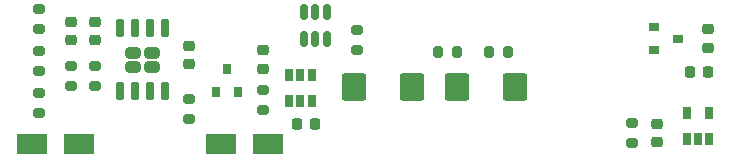
<source format=gtp>
%TF.GenerationSoftware,KiCad,Pcbnew,6.0.11*%
%TF.CreationDate,2024-08-22T19:43:04+01:00*%
%TF.ProjectId,ESPower,4553506f-7765-4722-9e6b-696361645f70,rev?*%
%TF.SameCoordinates,PX4f54d68PY59a0560*%
%TF.FileFunction,Paste,Top*%
%TF.FilePolarity,Positive*%
%FSLAX46Y46*%
G04 Gerber Fmt 4.6, Leading zero omitted, Abs format (unit mm)*
G04 Created by KiCad (PCBNEW 6.0.11) date 2024-08-22 19:43:04*
%MOMM*%
%LPD*%
G01*
G04 APERTURE LIST*
G04 Aperture macros list*
%AMRoundRect*
0 Rectangle with rounded corners*
0 $1 Rounding radius*
0 $2 $3 $4 $5 $6 $7 $8 $9 X,Y pos of 4 corners*
0 Add a 4 corners polygon primitive as box body*
4,1,4,$2,$3,$4,$5,$6,$7,$8,$9,$2,$3,0*
0 Add four circle primitives for the rounded corners*
1,1,$1+$1,$2,$3*
1,1,$1+$1,$4,$5*
1,1,$1+$1,$6,$7*
1,1,$1+$1,$8,$9*
0 Add four rect primitives between the rounded corners*
20,1,$1+$1,$2,$3,$4,$5,0*
20,1,$1+$1,$4,$5,$6,$7,0*
20,1,$1+$1,$6,$7,$8,$9,0*
20,1,$1+$1,$8,$9,$2,$3,0*%
G04 Aperture macros list end*
%ADD10RoundRect,0.250000X-0.787500X-0.925000X0.787500X-0.925000X0.787500X0.925000X-0.787500X0.925000X0*%
%ADD11RoundRect,0.225000X-0.225000X-0.250000X0.225000X-0.250000X0.225000X0.250000X-0.225000X0.250000X0*%
%ADD12RoundRect,0.225000X0.250000X-0.225000X0.250000X0.225000X-0.250000X0.225000X-0.250000X-0.225000X0*%
%ADD13R,0.650000X1.060000*%
%ADD14RoundRect,0.200000X0.275000X-0.200000X0.275000X0.200000X-0.275000X0.200000X-0.275000X-0.200000X0*%
%ADD15RoundRect,0.225000X0.225000X0.250000X-0.225000X0.250000X-0.225000X-0.250000X0.225000X-0.250000X0*%
%ADD16R,0.900000X0.800000*%
%ADD17R,2.500000X1.800000*%
%ADD18RoundRect,0.200000X-0.275000X0.200000X-0.275000X-0.200000X0.275000X-0.200000X0.275000X0.200000X0*%
%ADD19R,0.800000X0.900000*%
%ADD20RoundRect,0.218750X-0.256250X0.218750X-0.256250X-0.218750X0.256250X-0.218750X0.256250X0.218750X0*%
%ADD21RoundRect,0.242500X0.402500X-0.242500X0.402500X0.242500X-0.402500X0.242500X-0.402500X-0.242500X0*%
%ADD22RoundRect,0.150000X0.150000X-0.650000X0.150000X0.650000X-0.150000X0.650000X-0.150000X-0.650000X0*%
%ADD23RoundRect,0.200000X0.200000X0.275000X-0.200000X0.275000X-0.200000X-0.275000X0.200000X-0.275000X0*%
%ADD24RoundRect,0.150000X-0.150000X0.512500X-0.150000X-0.512500X0.150000X-0.512500X0.150000X0.512500X0*%
%ADD25RoundRect,0.225000X-0.250000X0.225000X-0.250000X-0.225000X0.250000X-0.225000X0.250000X0.225000X0*%
%ADD26RoundRect,0.200000X-0.200000X-0.275000X0.200000X-0.275000X0.200000X0.275000X-0.200000X0.275000X0*%
G04 APERTURE END LIST*
D10*
X31446500Y-8001000D03*
X36371500Y-8001000D03*
D11*
X26657000Y-11176000D03*
X28207000Y-11176000D03*
D12*
X23749000Y-6490000D03*
X23749000Y-4940000D03*
D10*
X40160000Y-8001000D03*
X45085000Y-8001000D03*
D13*
X27874000Y-7028000D03*
X26924000Y-7028000D03*
X25974000Y-7028000D03*
X25974000Y-9228000D03*
X26924000Y-9228000D03*
X27874000Y-9228000D03*
D12*
X61468000Y-4712000D03*
X61468000Y-3162000D03*
D14*
X54991000Y-12763000D03*
X54991000Y-11113000D03*
D15*
X61481000Y-6731000D03*
X59931000Y-6731000D03*
D13*
X59629000Y-12403000D03*
X60579000Y-12403000D03*
X61529000Y-12403000D03*
X61529000Y-10203000D03*
X59629000Y-10203000D03*
D16*
X56912000Y-2987000D03*
X56912000Y-4887000D03*
X58912000Y-3937000D03*
D17*
X24225000Y-12827000D03*
X20225000Y-12827000D03*
D18*
X23749000Y-8319000D03*
X23749000Y-9969000D03*
D19*
X19751000Y-8493000D03*
X21651000Y-8493000D03*
X20701000Y-6493000D03*
D20*
X7493000Y-2514500D03*
X7493000Y-4089500D03*
D14*
X4826000Y-3111000D03*
X4826000Y-1461000D03*
X9525000Y-7937000D03*
X9525000Y-6287000D03*
X7493000Y-7937000D03*
X7493000Y-6287000D03*
D20*
X9525000Y-2514500D03*
X9525000Y-4089500D03*
D21*
X14389000Y-6315000D03*
X14389000Y-5115000D03*
X12789000Y-5115000D03*
X12789000Y-6315000D03*
D22*
X11684000Y-8365000D03*
X12954000Y-8365000D03*
X14224000Y-8365000D03*
X15494000Y-8365000D03*
X15494000Y-3065000D03*
X14224000Y-3065000D03*
X12954000Y-3065000D03*
X11684000Y-3065000D03*
D14*
X4826000Y-6667000D03*
X4826000Y-5017000D03*
X4826000Y-10223000D03*
X4826000Y-8573000D03*
D17*
X8223000Y-12827000D03*
X4223000Y-12827000D03*
D14*
X31750000Y-4889000D03*
X31750000Y-3239000D03*
X17526000Y-10731000D03*
X17526000Y-9081000D03*
D23*
X40195000Y-5080000D03*
X38545000Y-5080000D03*
D24*
X29144000Y-1656500D03*
X28194000Y-1656500D03*
X27244000Y-1656500D03*
X27244000Y-3931500D03*
X28194000Y-3931500D03*
X29144000Y-3931500D03*
D25*
X17526000Y-4559000D03*
X17526000Y-6109000D03*
D12*
X57150000Y-12713000D03*
X57150000Y-11163000D03*
D26*
X42863000Y-5080000D03*
X44513000Y-5080000D03*
M02*

</source>
